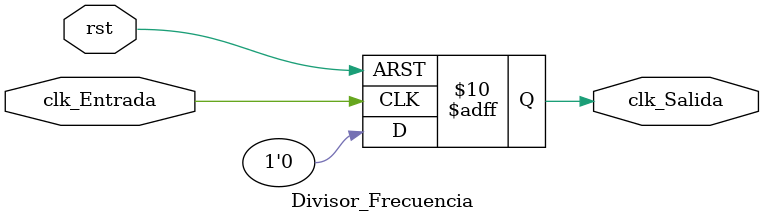
<source format=v>
/*
					**** DIVISOR DE FRECUENCIA	****
					
	El presente código implementa el diseño de un módulo divisor de frecuencia, el cual
	esta diseñado para un oscilador con una frecuencia de 50 Mhz, el divisor generará una
	señal de salida de 1 hz .
	El módulo consta de 2 entradas clk(señal de reloj), rst(reset), y 1 salida (clk salida).
	Se implementa un contador para llegar a 50M equivalente  al llegar a la cuenta
	se genera un pulso de 1hz y se reinicia el contador, en caso contrario sigue incrementando
	el contador y se mantiene el estado bajo del pulso de 1hz
	
*/

// Definición del módulo y lista de puertos
module Divisor_Frecuencia(
	input clk_Entrada,
	input rst,
	output reg clk_Salida
);

	// Parámetros para el divisor de frecuencia
	parameter VMaximo = 50_000_000;
	//parameter VMaximo = 5; // ESTE VALOR PARA SIMULACIÓN
	reg [24:0] Contador;
	
	// Lista sensitiva
	always@(posedge clk_Entrada or posedge rst) begin
		if(rst) begin // reset de contador y salida
			Contador <= 25'd0;
			clk_Salida <= 1'b0;
		end
		else begin
				if(Contador == VMaximo-1) begin // Reinicio de la cuenta 
					Contador <= 25'd0;
					clk_Salida <= 1'b1; 
				end
				else begin // Incremento del contador
					Contador <= Contador + 1'b1;	
					clk_Salida <= 1'b0;
				end
		end
	end // Fin de la lista sensitiva
	
endmodule // Fin del módulo

</source>
